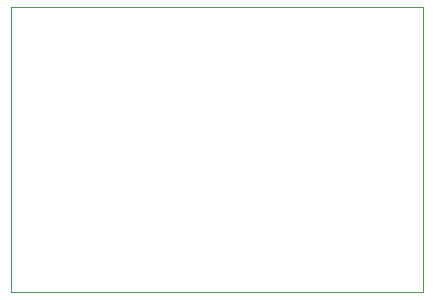
<source format=gbr>
%TF.GenerationSoftware,KiCad,Pcbnew,(6.0.10)*%
%TF.CreationDate,2023-01-28T16:26:23+05:30*%
%TF.ProjectId,protectionCkt,70726f74-6563-4746-996f-6e436b742e6b,rev?*%
%TF.SameCoordinates,Original*%
%TF.FileFunction,Profile,NP*%
%FSLAX46Y46*%
G04 Gerber Fmt 4.6, Leading zero omitted, Abs format (unit mm)*
G04 Created by KiCad (PCBNEW (6.0.10)) date 2023-01-28 16:26:23*
%MOMM*%
%LPD*%
G01*
G04 APERTURE LIST*
%TA.AperFunction,Profile*%
%ADD10C,0.100000*%
%TD*%
G04 APERTURE END LIST*
D10*
X109855000Y-81915000D02*
X144780000Y-81915000D01*
X144780000Y-81915000D02*
X144780000Y-106045000D01*
X144780000Y-106045000D02*
X109855000Y-106045000D01*
X109855000Y-106045000D02*
X109855000Y-81915000D01*
M02*

</source>
